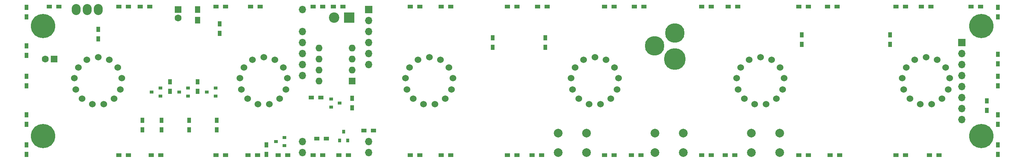
<source format=gbr>
G04 #@! TF.FileFunction,Soldermask,Top*
%FSLAX46Y46*%
G04 Gerber Fmt 4.6, Leading zero omitted, Abs format (unit mm)*
G04 Created by KiCad (PCBNEW 4.0.7) date Thursday, October 12, 2017 'PMt' 07:19:01 PM*
%MOMM*%
%LPD*%
G01*
G04 APERTURE LIST*
%ADD10C,0.100000*%
%ADD11R,1.200000X0.900000*%
%ADD12R,0.900000X1.200000*%
%ADD13R,1.700000X1.700000*%
%ADD14O,1.700000X1.700000*%
%ADD15O,2.032000X2.540000*%
%ADD16R,1.250000X1.500000*%
%ADD17C,1.524000*%
%ADD18C,2.000000*%
%ADD19R,0.900000X0.800000*%
%ADD20R,0.800000X0.900000*%
%ADD21C,2.400000*%
%ADD22R,2.400000X2.400000*%
%ADD23R,1.600000X1.600000*%
%ADD24C,1.600000*%
%ADD25C,4.500000*%
%ADD26C,5.000000*%
%ADD27O,1.600000X1.600000*%
%ADD28C,5.600000*%
G04 APERTURE END LIST*
D10*
D11*
X70315000Y-22860000D03*
X68115000Y-22860000D03*
D12*
X29210000Y-30310000D03*
X29210000Y-28110000D03*
X33655000Y-28110000D03*
X33655000Y-30310000D03*
X41910000Y-19220000D03*
X41910000Y-21420000D03*
X46355000Y-28110000D03*
X46355000Y-30310000D03*
X35560000Y-19220000D03*
X35560000Y-21420000D03*
X40005000Y-28110000D03*
X40005000Y-30310000D03*
D11*
X82380000Y-30480000D03*
X80180000Y-30480000D03*
X71585000Y-32385000D03*
X69385000Y-32385000D03*
D12*
X57785000Y-36025000D03*
X57785000Y-33825000D03*
D11*
X60495000Y-36195000D03*
X62695000Y-36195000D03*
D12*
X223520000Y-23665000D03*
X223520000Y-25865000D03*
X77470000Y-25230000D03*
X77470000Y-23030000D03*
X201295000Y-8425000D03*
X201295000Y-10625000D03*
X180975000Y-8425000D03*
X180975000Y-10625000D03*
X121920000Y-9060000D03*
X121920000Y-11260000D03*
X109855000Y-9060000D03*
X109855000Y-11260000D03*
X46990000Y-5885000D03*
X46990000Y-8085000D03*
X19050000Y-7155000D03*
X19050000Y-9355000D03*
X2540000Y-10965000D03*
X2540000Y-13165000D03*
X2540000Y-26840000D03*
X2540000Y-29040000D03*
D11*
X33485000Y-36195000D03*
X31285000Y-36195000D03*
X55710000Y-36195000D03*
X53510000Y-36195000D03*
X76665000Y-36195000D03*
X74465000Y-36195000D03*
X100160000Y-36195000D03*
X97960000Y-36195000D03*
X121115000Y-36195000D03*
X118915000Y-36195000D03*
X143975000Y-36195000D03*
X141775000Y-36195000D03*
X165565000Y-36195000D03*
X163365000Y-36195000D03*
X189695000Y-36195000D03*
X187495000Y-36195000D03*
X212555000Y-36195000D03*
X210355000Y-36195000D03*
D12*
X226060000Y-26840000D03*
X226060000Y-29040000D03*
X226060000Y-12870000D03*
X226060000Y-15070000D03*
D11*
X219880000Y-1905000D03*
X222080000Y-1905000D03*
X210650000Y-1905000D03*
X208450000Y-1905000D03*
X189060000Y-1905000D03*
X186860000Y-1905000D03*
X166200000Y-1905000D03*
X164000000Y-1905000D03*
X144610000Y-1905000D03*
X142410000Y-1905000D03*
X122385000Y-1905000D03*
X120185000Y-1905000D03*
X100160000Y-1905000D03*
X97960000Y-1905000D03*
X75395000Y-1905000D03*
X73195000Y-1905000D03*
X56345000Y-1905000D03*
X54145000Y-1905000D03*
X30945000Y-1905000D03*
X28745000Y-1905000D03*
X9990000Y-1905000D03*
X7790000Y-1905000D03*
D12*
X2540000Y-20150000D03*
X2540000Y-17950000D03*
X2540000Y-36025000D03*
X2540000Y-33825000D03*
D11*
X23792000Y-36195000D03*
X25992000Y-36195000D03*
X46144000Y-36195000D03*
X48344000Y-36195000D03*
X68496000Y-36195000D03*
X70696000Y-36195000D03*
X90848000Y-36195000D03*
X93048000Y-36195000D03*
X113200000Y-36195000D03*
X115400000Y-36195000D03*
X135552000Y-36195000D03*
X137752000Y-36195000D03*
X157904000Y-36195000D03*
X160104000Y-36195000D03*
X180256000Y-36195000D03*
X182456000Y-36195000D03*
X202608000Y-36195000D03*
X204808000Y-36195000D03*
D12*
X226060000Y-36025000D03*
X226060000Y-33825000D03*
X226060000Y-20150000D03*
X226060000Y-17950000D03*
X226060000Y-4275000D03*
X226060000Y-2075000D03*
D11*
X202608000Y-1905000D03*
X204808000Y-1905000D03*
X180256000Y-1905000D03*
X182456000Y-1905000D03*
X157904000Y-1905000D03*
X160104000Y-1905000D03*
X135552000Y-1905000D03*
X137752000Y-1905000D03*
X113200000Y-1905000D03*
X115400000Y-1905000D03*
X90848000Y-1905000D03*
X93048000Y-1905000D03*
X68496000Y-1905000D03*
X70696000Y-1905000D03*
X46144000Y-1905000D03*
X48344000Y-1905000D03*
X23792000Y-1905000D03*
X25992000Y-1905000D03*
D12*
X2540000Y-4275000D03*
X2540000Y-2075000D03*
D13*
X217805000Y-10160000D03*
D14*
X217805000Y-12700000D03*
X217805000Y-15240000D03*
X217805000Y-17780000D03*
X217805000Y-20320000D03*
X217805000Y-22860000D03*
X217805000Y-25400000D03*
X217805000Y-27940000D03*
D15*
X16510000Y-2540000D03*
X19050000Y-2540000D03*
X13970000Y-2540000D03*
D14*
X66040000Y-35560000D03*
X66040000Y-33020000D03*
X66040000Y-17780000D03*
X66040000Y-15240000D03*
X66040000Y-12700000D03*
X66040000Y-10160000D03*
X66040000Y-7620000D03*
D13*
X81280000Y-2540000D03*
D14*
X81280000Y-7620000D03*
X81280000Y-10160000D03*
X81280000Y-12700000D03*
X81280000Y-15240000D03*
X81280000Y-33020000D03*
X81280000Y-35560000D03*
X81280000Y-5080000D03*
X66040000Y-2540000D03*
D16*
X41910000Y-2560000D03*
X41910000Y-5060000D03*
D17*
X57150000Y-13550000D03*
X59710000Y-14180000D03*
X61680000Y-15930000D03*
X62610000Y-18390000D03*
X62290000Y-21000000D03*
X60800000Y-23170000D03*
X58470000Y-24390000D03*
X55830000Y-24390000D03*
X53500000Y-23170000D03*
X52010000Y-21000000D03*
X51690000Y-18390000D03*
X52620000Y-15930000D03*
X54590000Y-14180000D03*
X19050000Y-13550000D03*
X21610000Y-14180000D03*
X23580000Y-15930000D03*
X24510000Y-18390000D03*
X24190000Y-21000000D03*
X22700000Y-23170000D03*
X20370000Y-24390000D03*
X17730000Y-24390000D03*
X15400000Y-23170000D03*
X13910000Y-21000000D03*
X13590000Y-18390000D03*
X14520000Y-15930000D03*
X16490000Y-14180000D03*
D18*
X131445000Y-31060000D03*
X131445000Y-35560000D03*
X124945000Y-31060000D03*
X124945000Y-35560000D03*
X153670000Y-31060000D03*
X153670000Y-35560000D03*
X147170000Y-31060000D03*
X147170000Y-35560000D03*
X175895000Y-31060000D03*
X175895000Y-35560000D03*
X169395000Y-31060000D03*
X169395000Y-35560000D03*
D19*
X72660000Y-23180000D03*
X72660000Y-25080000D03*
X74660000Y-24130000D03*
X33385000Y-22540000D03*
X33385000Y-20640000D03*
X31385000Y-21590000D03*
X46085000Y-22540000D03*
X46085000Y-20640000D03*
X44085000Y-21590000D03*
X39735000Y-22540000D03*
X39735000Y-20640000D03*
X37735000Y-21590000D03*
D20*
X74615000Y-32750000D03*
X76515000Y-32750000D03*
X75565000Y-30750000D03*
D19*
X61960000Y-33970000D03*
X61960000Y-32070000D03*
X59960000Y-33020000D03*
D17*
X209550000Y-13550000D03*
X212110000Y-14180000D03*
X214080000Y-15930000D03*
X215010000Y-18390000D03*
X214690000Y-21000000D03*
X213200000Y-23170000D03*
X210870000Y-24390000D03*
X208230000Y-24390000D03*
X205900000Y-23170000D03*
X204410000Y-21000000D03*
X204090000Y-18390000D03*
X205020000Y-15930000D03*
X206990000Y-14180000D03*
X171450000Y-13550000D03*
X174010000Y-14180000D03*
X175980000Y-15930000D03*
X176910000Y-18390000D03*
X176590000Y-21000000D03*
X175100000Y-23170000D03*
X172770000Y-24390000D03*
X170130000Y-24390000D03*
X167800000Y-23170000D03*
X166310000Y-21000000D03*
X165990000Y-18390000D03*
X166920000Y-15930000D03*
X168890000Y-14180000D03*
X133350000Y-13550000D03*
X135910000Y-14180000D03*
X137880000Y-15930000D03*
X138810000Y-18390000D03*
X138490000Y-21000000D03*
X137000000Y-23170000D03*
X134670000Y-24390000D03*
X132030000Y-24390000D03*
X129700000Y-23170000D03*
X128210000Y-21000000D03*
X127890000Y-18390000D03*
X128820000Y-15930000D03*
X130790000Y-14180000D03*
X95250000Y-13550000D03*
X97810000Y-14180000D03*
X99780000Y-15930000D03*
X100710000Y-18390000D03*
X100390000Y-21000000D03*
X98900000Y-23170000D03*
X96570000Y-24390000D03*
X93930000Y-24390000D03*
X91600000Y-23170000D03*
X90110000Y-21000000D03*
X89790000Y-18390000D03*
X90720000Y-15930000D03*
X92690000Y-14180000D03*
D21*
X73335000Y-4445000D03*
D22*
X76835000Y-4445000D03*
D23*
X8890000Y-13970000D03*
D24*
X6890000Y-13970000D03*
D23*
X37465000Y-2540000D03*
D24*
X37465000Y-4540000D03*
D25*
X151765000Y-7970000D03*
X147065000Y-10970000D03*
D26*
X151765000Y-13970000D03*
D23*
X77470000Y-19050000D03*
D27*
X69850000Y-11430000D03*
X77470000Y-16510000D03*
X69850000Y-13970000D03*
X77470000Y-13970000D03*
X69850000Y-16510000D03*
X77470000Y-11430000D03*
X69850000Y-19050000D03*
D28*
X6350000Y-6350000D03*
X6350000Y-31750000D03*
X222250000Y-6350000D03*
X222250000Y-31750000D03*
M02*

</source>
